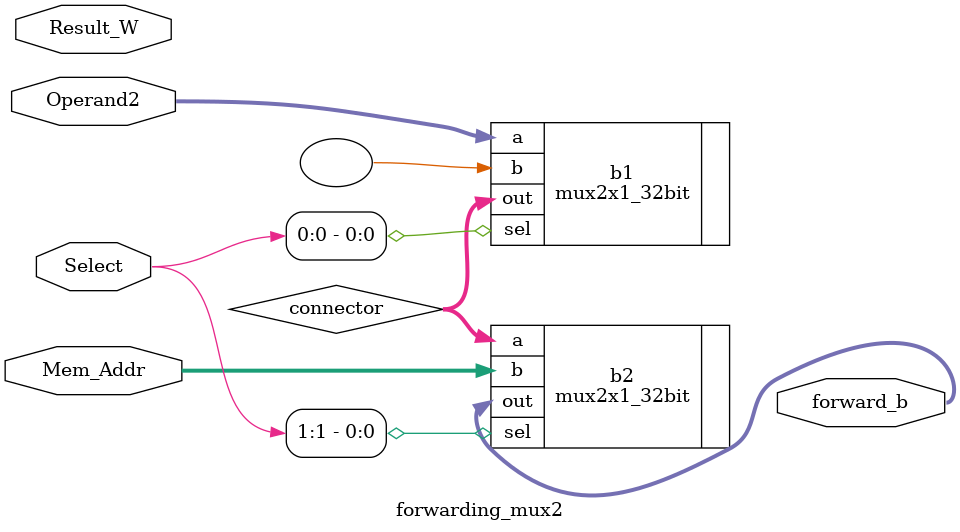
<source format=v>
`include "elements.v"

module forwardinng_mux1(
    input [31:0] Operand1,Result_W,Mem_Addr,
    input [1:0] Select,
    output [31:0] forward_a
);
wire [31:0] connector;
mux2x1_32bit a1(.a(Operand1),.b(Result_W),.sel(Select[0]),.out(connector));
mux2x1_32bit a2(.a(connector),.b(Mem_Addr),.sel(Select[1]),.out(forward_a));

endmodule

module forwarding_mux2(
    input [31:0] Operand2,Result_W,Mem_Addr,
    input [1:0] Select,
    output [31:0] forward_b
);
wire [31:0] connector;
mux2x1_32bit b1(.a(Operand2),.b(),.sel(Select[0]),.out(connector));
mux2x1_32bit b2(.a(connector),.b(Mem_Addr),.sel(Select[1]),.out(forward_b));

endmodule
</source>
